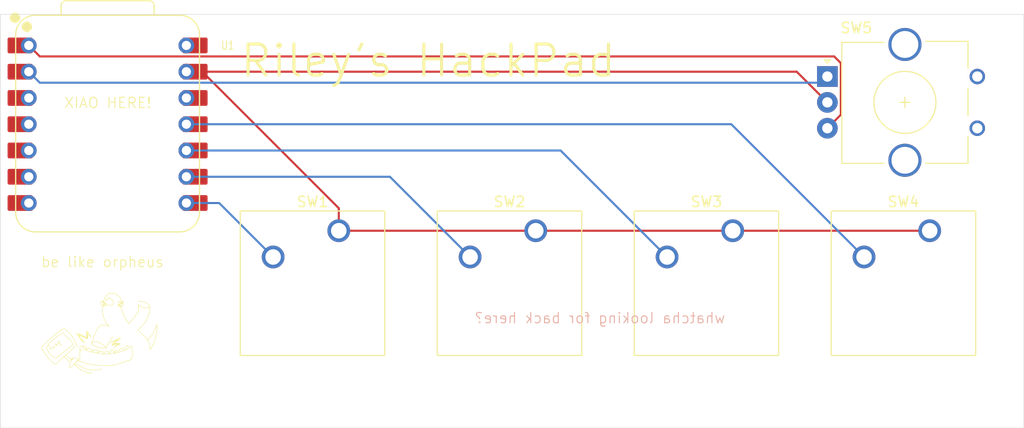
<source format=kicad_pcb>
(kicad_pcb (version 20241229) (generator "pcbnew") (generator_version "9.0")
  (layers (0 "F.Cu" signal) (2 "B.Cu" signal) (13 "F.Paste" user) (15 "B.Paste" user) (5 "F.SilkS" user "F.Silkscreen") (7 "B.SilkS" user "B.Silkscreen") (1 "F.Mask" user) (3 "B.Mask" user) (25 "Edge.Cuts" user))
  (net 0 "")
  (net 1 "GND")
  (net 2 "+5V")
  (net 3 "Net-(U1-GPIO1{slash}RX)")
  (net 4 "Net-(U1-GPIO2{slash}SCK)")
  (net 5 "Net-(U1-GPIO4{slash}MISO)")
  (net 6 "Net-(U1-GPIO3{slash}MOSI)")
  (net 12 "Net-(U1-GPIO27{slash}ADC1{slash}A1)")
  (net 13 "Net-(U1-GPIO26{slash}ADC0{slash}A0)")
  (footprint "Button_Switch_Keyboard:SW_Cherry_MX_1.00u_PCB" (layer "F.Cu") (at 135.89 59.92)
    (property "Reference" "SW4" (at -2.54 -2.794 0) (layer "F.SilkS"))
    (property "Value" "SW_Push")
    (pad "" np_thru_hole circle (at -7.62 5.08) (size 1.7 1.7) (drill 1.7) (layers "*.Cu" "*.Mask"))
    (pad "" np_thru_hole circle (at -2.54 5.08) (size 4 4) (drill 4) (layers "*.Cu" "*.Mask"))
    (pad "" np_thru_hole circle (at 2.54 5.08) (size 1.7 1.7) (drill 1.7) (layers "*.Cu" "*.Mask"))
    (pad "1" thru_hole circle (at 0 0) (size 2.2 2.2) (drill 1.5) (layers "*.Cu" "*.Mask") (net 1 "GND"))
    (pad "2" thru_hole circle (at -6.35 2.54) (size 2.2 2.2) (drill 1.5) (layers "*.Cu" "*.Mask") (net 6 "Net-(U1-GPIO3{slash}MOSI)"))
  )
  (footprint "Button_Switch_Keyboard:SW_Cherry_MX_1.00u_PCB" (layer "F.Cu") (at 78.74 59.92)
    (property "Reference" "SW1" (at -2.54 -2.794 0) (layer "F.SilkS"))
    (property "Value" "SW_Push")
    (pad "" np_thru_hole circle (at -7.62 5.08) (size 1.7 1.7) (drill 1.7) (layers "*.Cu" "*.Mask"))
    (pad "" np_thru_hole circle (at -2.54 5.08) (size 4 4) (drill 4) (layers "*.Cu" "*.Mask"))
    (pad "" np_thru_hole circle (at 2.54 5.08) (size 1.7 1.7) (drill 1.7) (layers "*.Cu" "*.Mask"))
    (pad "1" thru_hole circle (at 0 0) (size 2.2 2.2) (drill 1.5) (layers "*.Cu" "*.Mask") (net 1 "GND"))
    (pad "2" thru_hole circle (at -6.35 2.54) (size 2.2 2.2) (drill 1.5) (layers "*.Cu" "*.Mask") (net 3 "Net-(U1-GPIO1{slash}RX)"))
  )
  (footprint "Library:aaaa" (layer "F.Cu") (at 55.52 69.87)
    (property "Reference" "G***" (hide yes))
    (property "Value" "LOGO" (hide yes))
  )
  (footprint "Seeed Studio XIAO Series Library:XIAO-RP2040-DIP" (layer "F.Cu") (at 56.38 49.62)
    (property "Reference" "U1" (at 11.62 -7.62 0) (layer "F.SilkS") (effects (font (size 0.8 0.635) (thickness 0.1016))))
    (property "Value" "XIAO-RP2040-DIP")
    (pad "1" smd roundrect (at -8.455 -7.62 180) (size 2.432 1.524) (layers "F.Cu" "F.Mask") (roundrect_rratio 0.1) (net 13 "Net-(U1-GPIO26{slash}ADC0{slash}A0)"))
    (pad "1" thru_hole circle (at -7.62 -7.62 180) (size 1.524 1.524) (drill 0.889) (layers "*.Cu" "*.Mask") (net 13 "Net-(U1-GPIO26{slash}ADC0{slash}A0)"))
    (pad "2" smd roundrect (at -8.455 -5.08 180) (size 2.432 1.524) (layers "F.Cu" "F.Mask") (roundrect_rratio 0.1) (net 12 "Net-(U1-GPIO27{slash}ADC1{slash}A1)"))
    (pad "2" thru_hole circle (at -7.62 -5.08 180) (size 1.524 1.524) (drill 0.889) (layers "*.Cu" "*.Mask") (net 12 "Net-(U1-GPIO27{slash}ADC1{slash}A1)"))
    (pad "3" smd roundrect (at -8.455 -2.54 180) (size 2.432 1.524) (layers "F.Cu" "F.Mask") (roundrect_rratio 0.1))
    (pad "3" thru_hole circle (at -7.62 -2.54 180) (size 1.524 1.524) (drill 0.889) (layers "*.Cu" "*.Mask"))
    (pad "4" smd roundrect (at -8.455 0 180) (size 2.432 1.524) (layers "F.Cu" "F.Mask") (roundrect_rratio 0.1))
    (pad "4" thru_hole circle (at -7.62 0 180) (size 1.524 1.524) (drill 0.889) (layers "*.Cu" "*.Mask"))
    (pad "5" smd roundrect (at -8.455 2.54 180) (size 2.432 1.524) (layers "F.Cu" "F.Mask") (roundrect_rratio 0.1))
    (pad "5" thru_hole circle (at -7.62 2.54 180) (size 1.524 1.524) (drill 0.889) (layers "*.Cu" "*.Mask"))
    (pad "6" smd roundrect (at -8.455 5.08 180) (size 2.432 1.524) (layers "F.Cu" "F.Mask") (roundrect_rratio 0.1))
    (pad "6" thru_hole circle (at -7.62 5.08 180) (size 1.524 1.524) (drill 0.889) (layers "*.Cu" "*.Mask"))
    (pad "7" smd roundrect (at -8.455 7.62 180) (size 2.432 1.524) (layers "F.Cu" "F.Mask") (roundrect_rratio 0.1))
    (pad "7" thru_hole circle (at -7.62 7.62 180) (size 1.524 1.524) (drill 0.889) (layers "*.Cu" "*.Mask"))
    (pad "8" thru_hole circle (at 7.62 7.62) (size 1.524 1.524) (drill 0.889) (layers "*.Cu" "*.Mask") (net 3 "Net-(U1-GPIO1{slash}RX)"))
    (pad "8" smd roundrect (at 8.455 7.62) (size 2.432 1.524) (layers "F.Cu" "F.Mask") (roundrect_rratio 0.1) (net 3 "Net-(U1-GPIO1{slash}RX)"))
    (pad "9" thru_hole circle (at 7.62 5.08) (size 1.524 1.524) (drill 0.889) (layers "*.Cu" "*.Mask") (net 4 "Net-(U1-GPIO2{slash}SCK)"))
    (pad "9" smd roundrect (at 8.455 5.08) (size 2.432 1.524) (layers "F.Cu" "F.Mask") (roundrect_rratio 0.1) (net 4 "Net-(U1-GPIO2{slash}SCK)"))
    (pad "10" thru_hole circle (at 7.62 2.54) (size 1.524 1.524) (drill 0.889) (layers "*.Cu" "*.Mask") (net 5 "Net-(U1-GPIO4{slash}MISO)"))
    (pad "10" smd roundrect (at 8.455 2.54) (size 2.432 1.524) (layers "F.Cu" "F.Mask") (roundrect_rratio 0.1) (net 5 "Net-(U1-GPIO4{slash}MISO)"))
    (pad "11" thru_hole circle (at 7.62 0) (size 1.524 1.524) (drill 0.889) (layers "*.Cu" "*.Mask") (net 6 "Net-(U1-GPIO3{slash}MOSI)"))
    (pad "11" smd roundrect (at 8.455 0) (size 2.432 1.524) (layers "F.Cu" "F.Mask") (roundrect_rratio 0.1) (net 6 "Net-(U1-GPIO3{slash}MOSI)"))
    (pad "12" thru_hole circle (at 7.62 -2.54) (size 1.524 1.524) (drill 0.889) (layers "*.Cu" "*.Mask"))
    (pad "12" smd roundrect (at 8.455 -2.54) (size 2.432 1.524) (layers "F.Cu" "F.Mask") (roundrect_rratio 0.1))
    (pad "13" thru_hole circle (at 7.62 -5.08) (size 1.524 1.524) (drill 0.889) (layers "*.Cu" "*.Mask") (net 1 "GND"))
    (pad "13" smd roundrect (at 8.455 -5.08) (size 2.432 1.524) (layers "F.Cu" "F.Mask") (roundrect_rratio 0.1) (net 1 "GND"))
    (pad "14" thru_hole circle (at 7.62 -7.62) (size 1.524 1.524) (drill 0.889) (layers "*.Cu" "*.Mask") (net 2 "+5V"))
    (pad "14" smd roundrect (at 8.455 -7.62) (size 2.432 1.524) (layers "F.Cu" "F.Mask") (roundrect_rratio 0.1) (net 2 "+5V"))
  )
  (footprint "Rotary_Encoder:RotaryEncoder_Alps_EC11E_Vertical_H20mm_CircularMountingHoles" (layer "F.Cu") (at 125.99375 45.00625)
    (property "Reference" "SW5" (at 2.8 -4.7 0) (layer "F.SilkS"))
    (property "Value" "RotaryEncoder")
    (pad "" thru_hole circle (at 14.5 0) (size 1.5 1.5) (drill 1) (layers "*.Cu" "*.Mask"))
    (pad "" thru_hole circle (at 14.5 5) (size 1.5 1.5) (drill 1) (layers "*.Cu" "*.Mask"))
    (pad "A" thru_hole rect (at 0 0) (size 2 2) (drill 1) (layers "*.Cu" "*.Mask") (net 12 "Net-(U1-GPIO27{slash}ADC1{slash}A1)"))
    (pad "B" thru_hole circle (at 0 5) (size 2 2) (drill 1) (layers "*.Cu" "*.Mask") (net 13 "Net-(U1-GPIO26{slash}ADC0{slash}A0)"))
    (pad "C" thru_hole circle (at 0 2.5) (size 2 2) (drill 1) (layers "*.Cu" "*.Mask") (net 1 "GND"))
    (pad "MP" thru_hole circle (at 7.5 -3.1) (size 3.2 3.2) (drill 2.6) (layers "*.Cu" "*.Mask"))
    (pad "MP" thru_hole circle (at 7.5 8.1) (size 3.2 3.2) (drill 2.6) (layers "*.Cu" "*.Mask"))
  )
  (footprint "Button_Switch_Keyboard:SW_Cherry_MX_1.00u_PCB" (layer "F.Cu") (at 97.79 59.92)
    (property "Reference" "SW2" (at -2.54 -2.794 0) (layer "F.SilkS"))
    (property "Value" "SW_Push")
    (pad "" np_thru_hole circle (at -7.62 5.08) (size 1.7 1.7) (drill 1.7) (layers "*.Cu" "*.Mask"))
    (pad "" np_thru_hole circle (at -2.54 5.08) (size 4 4) (drill 4) (layers "*.Cu" "*.Mask"))
    (pad "" np_thru_hole circle (at 2.54 5.08) (size 1.7 1.7) (drill 1.7) (layers "*.Cu" "*.Mask"))
    (pad "1" thru_hole circle (at 0 0) (size 2.2 2.2) (drill 1.5) (layers "*.Cu" "*.Mask") (net 1 "GND"))
    (pad "2" thru_hole circle (at -6.35 2.54) (size 2.2 2.2) (drill 1.5) (layers "*.Cu" "*.Mask") (net 4 "Net-(U1-GPIO2{slash}SCK)"))
  )
  (footprint "Button_Switch_Keyboard:SW_Cherry_MX_1.00u_PCB" (layer "F.Cu") (at 116.84 59.92)
    (property "Reference" "SW3" (at -2.54 -2.794 0) (layer "F.SilkS"))
    (property "Value" "SW_Push")
    (pad "" np_thru_hole circle (at -7.62 5.08) (size 1.7 1.7) (drill 1.7) (layers "*.Cu" "*.Mask"))
    (pad "" np_thru_hole circle (at -2.54 5.08) (size 4 4) (drill 4) (layers "*.Cu" "*.Mask"))
    (pad "" np_thru_hole circle (at 2.54 5.08) (size 1.7 1.7) (drill 1.7) (layers "*.Cu" "*.Mask"))
    (pad "1" thru_hole circle (at 0 0) (size 2.2 2.2) (drill 1.5) (layers "*.Cu" "*.Mask") (net 1 "GND"))
    (pad "2" thru_hole circle (at -6.35 2.54) (size 2.2 2.2) (drill 1.5) (layers "*.Cu" "*.Mask") (net 5 "Net-(U1-GPIO4{slash}MISO)"))
  )
  (gr_rect (start 46 39) (end 145 79) (stroke (width 0.05)) (fill no) (layer "Edge.Cuts"))
  (gr_text "Riley's HackPad" (at 69.05625 45.24375 0) (layer "F.SilkS") (effects (font (size 3 3) (thickness 0.3)) (justify left bottom)))
  (gr_text "XIAO HERE!" (at 52.12 48.14 0) (layer "F.SilkS") (effects (font (size 1 1) (thickness 0.1)) (justify left bottom)))
  (gr_text "be like orpheus" (at 49.883254 63.530234 0) (layer "F.SilkS") (effects (font (size 1 1) (thickness 0.1)) (justify left bottom)))
  (gr_text "whatcha looking for back here?" (at 116.18 68.95 0) (layer "B.SilkS") (effects (font (size 1 1) (thickness 0.1)) (justify left bottom mirror)))
  (segment (start 65.54 44.54) (end 78.74 57.74) (width 0.2) (layer "F.Cu") (net 1))
  (segment (start 64 44.54) (end 65.54 44.54) (width 0.2) (layer "F.Cu") (net 1))
  (segment (start 78.74 57.74) (end 78.74 59.92) (width 0.2) (layer "F.Cu") (net 1))
  (segment (start 78.74 59.92) (end 135.89 59.92) (width 0.2) (layer "F.Cu") (net 1))
  (segment (start 123.0275 44.54) (end 64 44.54) (width 0.2) (layer "F.Cu") (net 1))
  (segment (start 125.99375 47.50625) (end 123.0275 44.54) (width 0.2) (layer "F.Cu") (net 1))
  (segment (start 67.17 57.24) (end 72.39 62.46) (width 0.2) (layer "B.Cu") (net 3))
  (segment (start 64 57.24) (end 67.17 57.24) (width 0.2) (layer "B.Cu") (net 3))
  (segment (start 83.68 54.7) (end 91.44 62.46) (width 0.2) (layer "B.Cu") (net 4))
  (segment (start 64 54.7) (end 83.68 54.7) (width 0.2) (layer "B.Cu") (net 4))
  (segment (start 64 52.16) (end 100.19 52.16) (width 0.2) (layer "B.Cu") (net 5))
  (segment (start 100.19 52.16) (end 110.49 62.46) (width 0.2) (layer "B.Cu") (net 5))
  (segment (start 116.7 49.62) (end 129.54 62.46) (width 0.2) (layer "B.Cu") (net 6))
  (segment (start 64 49.62) (end 116.7 49.62) (width 0.2) (layer "B.Cu") (net 6))
  (segment (start 49.823 45.603) (end 48.76 44.54) (width 0.2) (layer "B.Cu") (net 12))
  (segment (start 125.99375 45.00625) (end 125.397 45.603) (width 0.2) (layer "B.Cu") (net 12))
  (segment (start 125.397 45.603) (end 49.823 45.603) (width 0.2) (layer "B.Cu") (net 12))
  (segment (start 127.29475 43.70525) (end 126.6525 43.063) (width 0.2) (layer "F.Cu") (net 13))
  (segment (start 126.6525 43.063) (end 49.823 43.063) (width 0.2) (layer "F.Cu") (net 13))
  (segment (start 127.29475 48.70525) (end 127.29475 43.70525) (width 0.2) (layer "F.Cu") (net 13))
  (segment (start 125.99375 50.00625) (end 127.29475 48.70525) (width 0.2) (layer "F.Cu") (net 13))
  (segment (start 49.823 43.063) (end 48.76 42) (width 0.2) (layer "F.Cu") (net 13))
)
</source>
